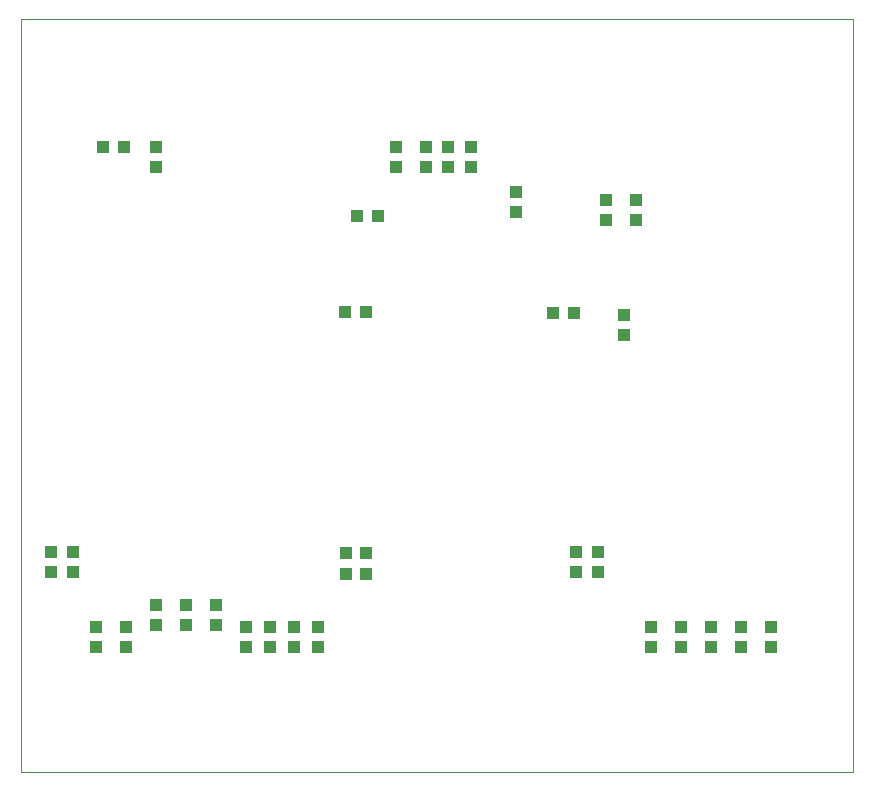
<source format=gtp>
G75*
%MOIN*%
%OFA0B0*%
%FSLAX25Y25*%
%IPPOS*%
%LPD*%
%AMOC8*
5,1,8,0,0,1.08239X$1,22.5*
%
%ADD10C,0.00000*%
%ADD11R,0.04331X0.03937*%
%ADD12R,0.04252X0.04134*%
%ADD13R,0.04134X0.04252*%
D10*
X0001256Y0036433D02*
X0001256Y0287634D01*
X0278677Y0287634D01*
X0278677Y0036433D01*
X0001256Y0036433D01*
D11*
X0026256Y0078087D03*
X0026256Y0084780D03*
X0036256Y0084780D03*
X0036256Y0078087D03*
X0046256Y0085587D03*
X0046256Y0092280D03*
X0056256Y0092280D03*
X0056256Y0085587D03*
X0066256Y0085587D03*
X0066256Y0092280D03*
X0076256Y0084780D03*
X0076256Y0078087D03*
X0084256Y0078087D03*
X0084256Y0084780D03*
X0092256Y0084780D03*
X0092256Y0078087D03*
X0100256Y0078087D03*
X0100256Y0084780D03*
X0211256Y0084780D03*
X0211256Y0078087D03*
X0221256Y0078087D03*
X0221256Y0084780D03*
X0231256Y0084780D03*
X0231256Y0078087D03*
X0241256Y0078087D03*
X0241256Y0084780D03*
X0251256Y0084780D03*
X0251256Y0078087D03*
X0206256Y0220587D03*
X0206256Y0227280D03*
X0196256Y0227280D03*
X0196256Y0220587D03*
X0166256Y0223087D03*
X0166256Y0229780D03*
X0151256Y0238087D03*
X0151256Y0244780D03*
X0143756Y0244780D03*
X0143756Y0238087D03*
X0136256Y0238087D03*
X0136256Y0244780D03*
X0126256Y0244780D03*
X0126256Y0238087D03*
D12*
X0202256Y0188878D03*
X0202256Y0181988D03*
X0193756Y0109878D03*
X0186256Y0109878D03*
X0186256Y0102988D03*
X0193756Y0102988D03*
X0116256Y0102488D03*
X0109756Y0102488D03*
X0109756Y0109378D03*
X0116256Y0109378D03*
X0018756Y0109878D03*
X0011256Y0109878D03*
X0011256Y0102988D03*
X0018756Y0102988D03*
X0046256Y0237988D03*
X0046256Y0244878D03*
D13*
X0035701Y0244933D03*
X0028811Y0244933D03*
X0109311Y0189933D03*
X0116201Y0189933D03*
X0113311Y0221933D03*
X0120201Y0221933D03*
X0178811Y0189433D03*
X0185701Y0189433D03*
M02*

</source>
